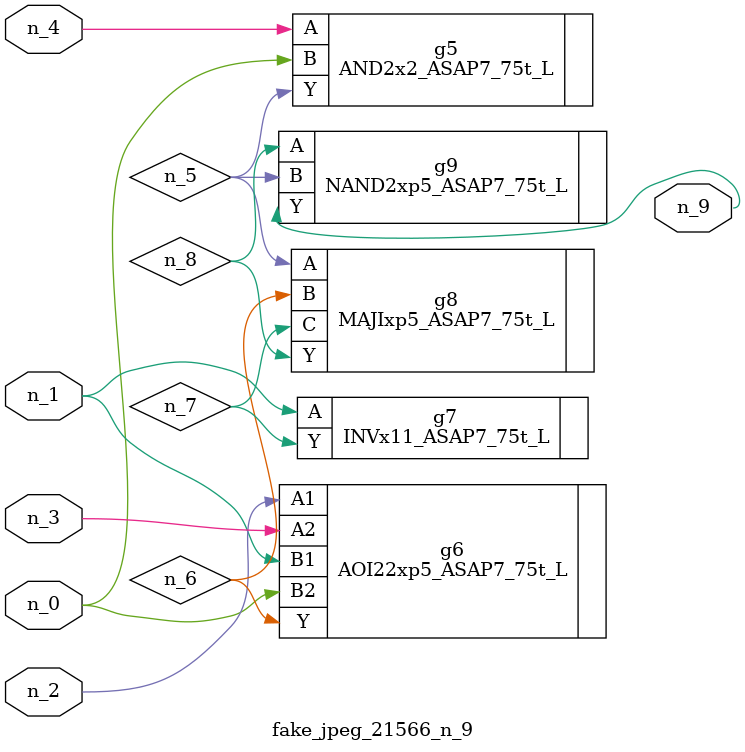
<source format=v>
module fake_jpeg_21566_n_9 (n_3, n_2, n_1, n_0, n_4, n_9);

input n_3;
input n_2;
input n_1;
input n_0;
input n_4;

output n_9;

wire n_8;
wire n_6;
wire n_5;
wire n_7;

AND2x2_ASAP7_75t_L g5 ( 
.A(n_4),
.B(n_0),
.Y(n_5)
);

AOI22xp5_ASAP7_75t_L g6 ( 
.A1(n_2),
.A2(n_3),
.B1(n_1),
.B2(n_0),
.Y(n_6)
);

INVx11_ASAP7_75t_L g7 ( 
.A(n_1),
.Y(n_7)
);

MAJIxp5_ASAP7_75t_L g8 ( 
.A(n_5),
.B(n_6),
.C(n_7),
.Y(n_8)
);

NAND2xp5_ASAP7_75t_L g9 ( 
.A(n_8),
.B(n_5),
.Y(n_9)
);


endmodule
</source>
